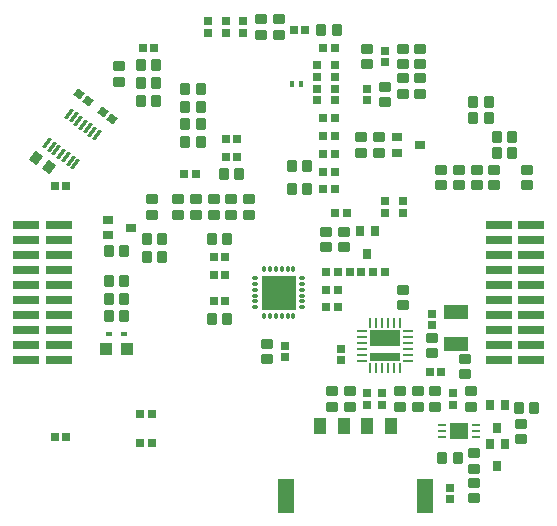
<source format=gbp>
G04*
G04 #@! TF.GenerationSoftware,Altium Limited,Altium Designer,24.4.1 (13)*
G04*
G04 Layer_Color=128*
%FSLAX44Y44*%
%MOMM*%
G71*
G04*
G04 #@! TF.SameCoordinates,55532D4A-085B-46E5-86D8-018E79720E20*
G04*
G04*
G04 #@! TF.FilePolarity,Positive*
G04*
G01*
G75*
G04:AMPARAMS|DCode=21|XSize=0.95mm|YSize=0.8mm|CornerRadius=0.1mm|HoleSize=0mm|Usage=FLASHONLY|Rotation=90.000|XOffset=0mm|YOffset=0mm|HoleType=Round|Shape=RoundedRectangle|*
%AMROUNDEDRECTD21*
21,1,0.9500,0.6000,0,0,90.0*
21,1,0.7500,0.8000,0,0,90.0*
1,1,0.2000,0.3000,0.3750*
1,1,0.2000,0.3000,-0.3750*
1,1,0.2000,-0.3000,-0.3750*
1,1,0.2000,-0.3000,0.3750*
%
%ADD21ROUNDEDRECTD21*%
%ADD22R,0.7154X0.6725*%
%ADD26R,0.6725X0.7154*%
%ADD28R,0.6500X0.6500*%
G04:AMPARAMS|DCode=41|XSize=0.95mm|YSize=0.8mm|CornerRadius=0.1mm|HoleSize=0mm|Usage=FLASHONLY|Rotation=0.000|XOffset=0mm|YOffset=0mm|HoleType=Round|Shape=RoundedRectangle|*
%AMROUNDEDRECTD41*
21,1,0.9500,0.6000,0,0,0.0*
21,1,0.7500,0.8000,0,0,0.0*
1,1,0.2000,0.3750,-0.3000*
1,1,0.2000,-0.3750,-0.3000*
1,1,0.2000,-0.3750,0.3000*
1,1,0.2000,0.3750,0.3000*
%
%ADD41ROUNDEDRECTD41*%
%ADD84R,1.0000X1.0000*%
%ADD85R,2.9400X2.9400*%
%ADD86O,0.6500X0.3500*%
%ADD87O,0.3500X0.6500*%
%ADD88R,2.6500X1.4000*%
%ADD89R,2.6500X0.8000*%
%ADD90O,0.2500X0.8500*%
%ADD91O,0.8500X0.2500*%
%ADD92R,0.4800X0.4000*%
%ADD93R,0.9000X0.7000*%
%ADD94R,2.0320X1.1430*%
%ADD95R,1.1000X1.4500*%
%ADD96R,1.3500X2.9000*%
%ADD97R,0.7000X0.9000*%
G04:AMPARAMS|DCode=98|XSize=0.95mm|YSize=0.8mm|CornerRadius=0.1mm|HoleSize=0mm|Usage=FLASHONLY|Rotation=53.000|XOffset=0mm|YOffset=0mm|HoleType=Round|Shape=RoundedRectangle|*
%AMROUNDEDRECTD98*
21,1,0.9500,0.6000,0,0,53.0*
21,1,0.7500,0.8000,0,0,53.0*
1,1,0.2000,0.4653,0.1189*
1,1,0.2000,0.0139,-0.4800*
1,1,0.2000,-0.4653,-0.1189*
1,1,0.2000,-0.0139,0.4800*
%
%ADD98ROUNDEDRECTD98*%
G04:AMPARAMS|DCode=99|XSize=0.7154mm|YSize=0.6725mm|CornerRadius=0mm|HoleSize=0mm|Usage=FLASHONLY|Rotation=323.000|XOffset=0mm|YOffset=0mm|HoleType=Round|Shape=Rectangle|*
%AMROTATEDRECTD99*
4,1,4,-0.4880,-0.0533,-0.0833,0.4838,0.4880,0.0533,0.0833,-0.4838,-0.4880,-0.0533,0.0*
%
%ADD99ROTATEDRECTD99*%

%ADD100R,0.7000X0.2500*%
%ADD101R,1.6500X1.3500*%
%ADD102R,0.4000X0.5000*%
G04:AMPARAMS|DCode=103|XSize=0.9779mm|YSize=0.3048mm|CornerRadius=0mm|HoleSize=0mm|Usage=FLASHONLY|Rotation=233.000|XOffset=0mm|YOffset=0mm|HoleType=Round|Shape=Rectangle|*
%AMROTATEDRECTD103*
4,1,4,0.1725,0.4822,0.4160,0.2988,-0.1725,-0.4822,-0.4160,-0.2988,0.1725,0.4822,0.0*
%
%ADD103ROTATEDRECTD103*%

%ADD104R,2.2200X0.7400*%
D21*
X-66000Y172500D02*
D03*
X-79000D02*
D03*
X-66000Y157500D02*
D03*
X-79000D02*
D03*
X-116500Y177500D02*
D03*
X-103500D02*
D03*
X-131000Y35000D02*
D03*
X-144000D02*
D03*
X-144000Y-5000D02*
D03*
X-131000D02*
D03*
X-131000Y10000D02*
D03*
X-144000D02*
D03*
X49000Y222500D02*
D03*
X36000D02*
D03*
X-144000Y-20000D02*
D03*
X-131000D02*
D03*
X-66000Y127500D02*
D03*
X-79000D02*
D03*
X-66000Y142500D02*
D03*
X-79000D02*
D03*
X-46500Y100000D02*
D03*
X-33500D02*
D03*
X24000Y87500D02*
D03*
X11000D02*
D03*
X24000Y107500D02*
D03*
X11000D02*
D03*
X216500Y-97500D02*
D03*
X203500D02*
D03*
X151500Y-140000D02*
D03*
X138500D02*
D03*
X-116500Y162500D02*
D03*
X-103500D02*
D03*
X-116500Y192500D02*
D03*
X-103500D02*
D03*
X197750Y131750D02*
D03*
X184750D02*
D03*
X197750Y118250D02*
D03*
X184750D02*
D03*
X177750Y161750D02*
D03*
X164750D02*
D03*
X177750Y148250D02*
D03*
X164750D02*
D03*
X-98500Y45000D02*
D03*
X-111500D02*
D03*
X-56500D02*
D03*
X-43500D02*
D03*
X-111500Y30000D02*
D03*
X-98500D02*
D03*
X-56500Y-22500D02*
D03*
X-43500D02*
D03*
D22*
X-189571Y-122286D02*
D03*
X-180000D02*
D03*
X-107714Y-127500D02*
D03*
X-117286D02*
D03*
X-107714Y-102500D02*
D03*
X-117286D02*
D03*
X127714Y-67500D02*
D03*
X137286D02*
D03*
X69786Y17500D02*
D03*
X60214D02*
D03*
X80214D02*
D03*
X89786D02*
D03*
X37714Y87500D02*
D03*
X47286D02*
D03*
X37714Y117500D02*
D03*
X47286D02*
D03*
X-35214Y115000D02*
D03*
X-44786D02*
D03*
X-79786Y100000D02*
D03*
X-70214D02*
D03*
X37714Y207500D02*
D03*
X47286D02*
D03*
X37714Y132500D02*
D03*
X47286D02*
D03*
X37714Y147500D02*
D03*
X47286D02*
D03*
X-35214Y130000D02*
D03*
X-44786D02*
D03*
X-105214Y207500D02*
D03*
X-114786D02*
D03*
X-189786Y90000D02*
D03*
X-180214D02*
D03*
X12714Y222500D02*
D03*
X22286D02*
D03*
X37714Y102500D02*
D03*
X47286D02*
D03*
X-54786Y30000D02*
D03*
X-45214D02*
D03*
X-54786Y15000D02*
D03*
X-45214D02*
D03*
X40214Y17500D02*
D03*
X49786D02*
D03*
X40214Y2500D02*
D03*
X49786D02*
D03*
X40214Y-12500D02*
D03*
X49786D02*
D03*
X-45214Y-7500D02*
D03*
X-54786D02*
D03*
D26*
X5000Y-45214D02*
D03*
Y-54786D02*
D03*
X90000Y67714D02*
D03*
Y77286D02*
D03*
X105000Y67714D02*
D03*
Y77286D02*
D03*
X130000Y-17714D02*
D03*
Y-27286D02*
D03*
X145000Y-165214D02*
D03*
Y-174786D02*
D03*
X147500Y-94786D02*
D03*
Y-85214D02*
D03*
X75000Y-85214D02*
D03*
Y-94786D02*
D03*
X87500Y-85214D02*
D03*
Y-94786D02*
D03*
X52500Y-47714D02*
D03*
Y-57286D02*
D03*
X47500Y162714D02*
D03*
Y172286D02*
D03*
X-45000Y229786D02*
D03*
Y220214D02*
D03*
X47500Y192286D02*
D03*
Y182714D02*
D03*
X-60000Y229786D02*
D03*
Y220214D02*
D03*
X-30000Y229786D02*
D03*
Y220214D02*
D03*
X75000Y172286D02*
D03*
Y162714D02*
D03*
X90000Y195214D02*
D03*
Y204786D02*
D03*
X32500Y162714D02*
D03*
Y172286D02*
D03*
Y192286D02*
D03*
Y182714D02*
D03*
D28*
X57500Y67500D02*
D03*
X47500D02*
D03*
D41*
X-15000Y231500D02*
D03*
Y218500D02*
D03*
X0Y231500D02*
D03*
Y218500D02*
D03*
X-135000Y191500D02*
D03*
Y178500D02*
D03*
X75000Y193500D02*
D03*
Y206500D02*
D03*
X90000Y161000D02*
D03*
Y174000D02*
D03*
X120000Y206500D02*
D03*
Y193500D02*
D03*
Y168500D02*
D03*
Y181500D02*
D03*
X152500Y104000D02*
D03*
Y91000D02*
D03*
X137500Y91000D02*
D03*
Y104000D02*
D03*
X105000Y2500D02*
D03*
Y-10500D02*
D03*
X85000Y118500D02*
D03*
Y131500D02*
D03*
X70000Y131500D02*
D03*
Y118500D02*
D03*
X-10000Y-43500D02*
D03*
Y-56500D02*
D03*
X-70000Y79000D02*
D03*
Y66000D02*
D03*
X-85000Y79000D02*
D03*
Y66000D02*
D03*
X-107500Y79000D02*
D03*
Y66000D02*
D03*
X-40000Y66000D02*
D03*
Y79000D02*
D03*
X-55000Y66000D02*
D03*
Y79000D02*
D03*
X-25000Y66000D02*
D03*
Y79000D02*
D03*
X130000Y-51500D02*
D03*
Y-38500D02*
D03*
X102500Y-96500D02*
D03*
Y-83500D02*
D03*
X167500Y104000D02*
D03*
Y91000D02*
D03*
X157500Y-56000D02*
D03*
Y-69000D02*
D03*
X205000Y-111000D02*
D03*
Y-124000D02*
D03*
X162500Y-96500D02*
D03*
Y-83500D02*
D03*
X165000Y-149000D02*
D03*
Y-136000D02*
D03*
Y-174000D02*
D03*
Y-161000D02*
D03*
X132500Y-96500D02*
D03*
Y-83500D02*
D03*
X60000Y-83500D02*
D03*
Y-96500D02*
D03*
X117500Y-83500D02*
D03*
Y-96500D02*
D03*
X45000Y-83500D02*
D03*
Y-96500D02*
D03*
X40000Y51500D02*
D03*
Y38500D02*
D03*
X55000Y38500D02*
D03*
Y51500D02*
D03*
X105000Y193500D02*
D03*
Y206500D02*
D03*
X210000Y91000D02*
D03*
Y104000D02*
D03*
X182500Y91000D02*
D03*
Y104000D02*
D03*
X105000Y168500D02*
D03*
Y181500D02*
D03*
D84*
X-146500Y-47500D02*
D03*
X-128500D02*
D03*
D85*
X0Y0D02*
D03*
D86*
X-19750Y12500D02*
D03*
Y7500D02*
D03*
Y2500D02*
D03*
Y-2500D02*
D03*
Y-7500D02*
D03*
Y-12500D02*
D03*
X19750D02*
D03*
Y-7500D02*
D03*
Y-2500D02*
D03*
Y2500D02*
D03*
Y7500D02*
D03*
Y12500D02*
D03*
D87*
X-12500Y-19750D02*
D03*
X-7500D02*
D03*
X-2500D02*
D03*
X2500D02*
D03*
X7500D02*
D03*
X12500D02*
D03*
Y19750D02*
D03*
X7500D02*
D03*
X2500D02*
D03*
X-2500D02*
D03*
X-7500D02*
D03*
X-12500D02*
D03*
D88*
X90000Y-38750D02*
D03*
D89*
Y-54350D02*
D03*
D90*
X102500Y-25750D02*
D03*
X97500D02*
D03*
X92500D02*
D03*
X87500D02*
D03*
X82500D02*
D03*
X77500D02*
D03*
Y-64250D02*
D03*
X82500D02*
D03*
X87500D02*
D03*
X92500D02*
D03*
X97500D02*
D03*
X102500D02*
D03*
D91*
X70750Y-32500D02*
D03*
Y-37500D02*
D03*
Y-42500D02*
D03*
Y-47500D02*
D03*
Y-52500D02*
D03*
Y-57500D02*
D03*
X109250D02*
D03*
Y-52500D02*
D03*
Y-47500D02*
D03*
Y-42500D02*
D03*
Y-37500D02*
D03*
Y-32500D02*
D03*
D92*
X-130900Y-35000D02*
D03*
X-144100D02*
D03*
D93*
X-125500Y55000D02*
D03*
X-144500Y61500D02*
D03*
Y48500D02*
D03*
X100500Y118500D02*
D03*
Y131500D02*
D03*
X119500Y125000D02*
D03*
D94*
X150000Y-43335D02*
D03*
Y-16665D02*
D03*
D95*
X35000Y-112750D02*
D03*
X55000D02*
D03*
X75000D02*
D03*
X95000D02*
D03*
D96*
X123950Y-172500D02*
D03*
X6050D02*
D03*
D97*
X185000Y-147000D02*
D03*
X191500Y-128000D02*
D03*
X178500D02*
D03*
X68500Y52000D02*
D03*
X81500D02*
D03*
X75000Y33000D02*
D03*
X178500Y-95500D02*
D03*
X191500D02*
D03*
X185000Y-114500D02*
D03*
D98*
X-205191Y113912D02*
D03*
X-194809Y106088D02*
D03*
D99*
X-141178Y147120D02*
D03*
X-148822Y152880D02*
D03*
X-168822Y167880D02*
D03*
X-161178Y162120D02*
D03*
D100*
X166750Y-112500D02*
D03*
Y-117500D02*
D03*
Y-122500D02*
D03*
X138250D02*
D03*
Y-117500D02*
D03*
Y-112500D02*
D03*
D101*
X152500Y-117500D02*
D03*
D102*
X11000Y177000D02*
D03*
X19000D02*
D03*
D103*
X-177696Y151353D02*
D03*
X-173702Y148343D02*
D03*
X-169708Y145333D02*
D03*
X-165714Y142323D02*
D03*
X-161719Y139313D02*
D03*
X-157725Y136304D02*
D03*
X-153731Y133294D02*
D03*
X-172304Y108647D02*
D03*
X-176298Y111657D02*
D03*
X-180292Y114667D02*
D03*
X-184286Y117677D02*
D03*
X-188281Y120687D02*
D03*
X-192275Y123696D02*
D03*
X-196269Y126706D02*
D03*
D104*
X213650Y-57150D02*
D03*
Y-44450D02*
D03*
Y-31750D02*
D03*
Y-19050D02*
D03*
Y-6350D02*
D03*
Y6350D02*
D03*
Y19050D02*
D03*
Y31750D02*
D03*
Y44450D02*
D03*
Y57150D02*
D03*
X186350Y-57150D02*
D03*
Y-44450D02*
D03*
Y-31750D02*
D03*
Y-19050D02*
D03*
Y-6350D02*
D03*
Y6350D02*
D03*
Y19050D02*
D03*
Y31750D02*
D03*
Y44450D02*
D03*
Y57150D02*
D03*
X-186350Y-57150D02*
D03*
Y-44450D02*
D03*
Y-31750D02*
D03*
Y-19050D02*
D03*
Y-6350D02*
D03*
Y6350D02*
D03*
Y19050D02*
D03*
Y31750D02*
D03*
Y44450D02*
D03*
Y57150D02*
D03*
X-213650Y-57150D02*
D03*
Y-44450D02*
D03*
Y-31750D02*
D03*
Y-19050D02*
D03*
Y-6350D02*
D03*
Y6350D02*
D03*
Y19050D02*
D03*
Y31750D02*
D03*
Y44450D02*
D03*
Y57150D02*
D03*
M02*

</source>
